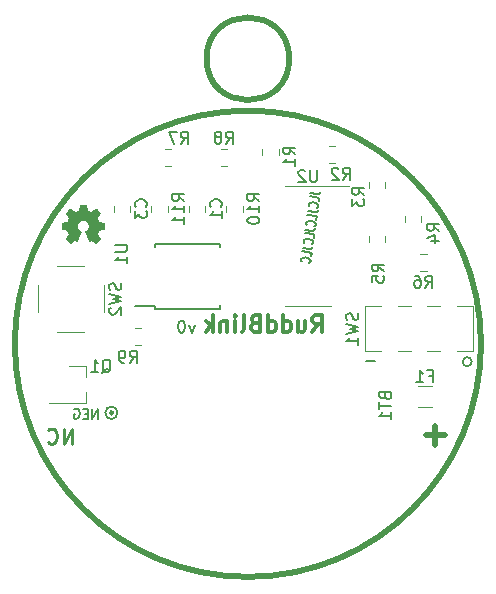
<source format=gbo>
G04 #@! TF.GenerationSoftware,KiCad,Pcbnew,(5.1.4)-1*
G04 #@! TF.CreationDate,2019-08-25T23:51:43-07:00*
G04 #@! TF.ProjectId,ruddblink,72756464-626c-4696-9e6b-2e6b69636164,A*
G04 #@! TF.SameCoordinates,Original*
G04 #@! TF.FileFunction,Legend,Bot*
G04 #@! TF.FilePolarity,Positive*
%FSLAX46Y46*%
G04 Gerber Fmt 4.6, Leading zero omitted, Abs format (unit mm)*
G04 Created by KiCad (PCBNEW (5.1.4)-1) date 2019-08-25 23:51:43*
%MOMM*%
%LPD*%
G04 APERTURE LIST*
%ADD10C,0.150000*%
%ADD11C,0.203200*%
%ADD12C,0.254000*%
%ADD13C,0.508000*%
%ADD14C,0.152400*%
%ADD15C,0.304800*%
%ADD16C,0.010000*%
%ADD17C,0.120000*%
G04 APERTURE END LIST*
D10*
X161183609Y-115824000D02*
G75*
G03X161183609Y-115824000I-381000J0D01*
G01*
D11*
X153041047Y-115769571D02*
X152266952Y-115769571D01*
D12*
X130810000Y-120142000D02*
G75*
G03X130810000Y-120142000I-127000J0D01*
G01*
D10*
X131206634Y-120142000D02*
G75*
G03X131206634Y-120142000I-523634J0D01*
G01*
D13*
X161975800Y-114300000D02*
G75*
G03X161975800Y-114300000I-19735800J0D01*
G01*
X145740000Y-90170000D02*
G75*
G03X145740000Y-90170000I-3500000J0D01*
G01*
D12*
X127362857Y-122748523D02*
X127362857Y-121478523D01*
X126637142Y-122748523D01*
X126637142Y-121478523D01*
X125306666Y-122627571D02*
X125367142Y-122688047D01*
X125548571Y-122748523D01*
X125669523Y-122748523D01*
X125850952Y-122688047D01*
X125971904Y-122567095D01*
X126032380Y-122446142D01*
X126092857Y-122204238D01*
X126092857Y-122022809D01*
X126032380Y-121780904D01*
X125971904Y-121659952D01*
X125850952Y-121539000D01*
X125669523Y-121478523D01*
X125548571Y-121478523D01*
X125367142Y-121539000D01*
X125306666Y-121599476D01*
D14*
X137723154Y-112672585D02*
X137481249Y-113349919D01*
X137239344Y-112672585D01*
X136658773Y-112333919D02*
X136562011Y-112333919D01*
X136465249Y-112382300D01*
X136416868Y-112430680D01*
X136368487Y-112527442D01*
X136320106Y-112720966D01*
X136320106Y-112962871D01*
X136368487Y-113156395D01*
X136416868Y-113253157D01*
X136465249Y-113301538D01*
X136562011Y-113349919D01*
X136658773Y-113349919D01*
X136755535Y-113301538D01*
X136803916Y-113253157D01*
X136852297Y-113156395D01*
X136900678Y-112962871D01*
X136900678Y-112720966D01*
X136852297Y-112527442D01*
X136803916Y-112430680D01*
X136755535Y-112382300D01*
X136658773Y-112333919D01*
D15*
X147694952Y-113280976D02*
X148160619Y-112615738D01*
X148493238Y-113280976D02*
X148493238Y-111883976D01*
X147961047Y-111883976D01*
X147828000Y-111950500D01*
X147761476Y-112017023D01*
X147694952Y-112150071D01*
X147694952Y-112349642D01*
X147761476Y-112482690D01*
X147828000Y-112549214D01*
X147961047Y-112615738D01*
X148493238Y-112615738D01*
X146497523Y-112349642D02*
X146497523Y-113280976D01*
X147096238Y-112349642D02*
X147096238Y-113081404D01*
X147029714Y-113214452D01*
X146896666Y-113280976D01*
X146697095Y-113280976D01*
X146564047Y-113214452D01*
X146497523Y-113147928D01*
X145233571Y-113280976D02*
X145233571Y-111883976D01*
X145233571Y-113214452D02*
X145366619Y-113280976D01*
X145632714Y-113280976D01*
X145765761Y-113214452D01*
X145832285Y-113147928D01*
X145898809Y-113014880D01*
X145898809Y-112615738D01*
X145832285Y-112482690D01*
X145765761Y-112416166D01*
X145632714Y-112349642D01*
X145366619Y-112349642D01*
X145233571Y-112416166D01*
X143969619Y-113280976D02*
X143969619Y-111883976D01*
X143969619Y-113214452D02*
X144102666Y-113280976D01*
X144368761Y-113280976D01*
X144501809Y-113214452D01*
X144568333Y-113147928D01*
X144634857Y-113014880D01*
X144634857Y-112615738D01*
X144568333Y-112482690D01*
X144501809Y-112416166D01*
X144368761Y-112349642D01*
X144102666Y-112349642D01*
X143969619Y-112416166D01*
X142838714Y-112549214D02*
X142639142Y-112615738D01*
X142572619Y-112682261D01*
X142506095Y-112815309D01*
X142506095Y-113014880D01*
X142572619Y-113147928D01*
X142639142Y-113214452D01*
X142772190Y-113280976D01*
X143304380Y-113280976D01*
X143304380Y-111883976D01*
X142838714Y-111883976D01*
X142705666Y-111950500D01*
X142639142Y-112017023D01*
X142572619Y-112150071D01*
X142572619Y-112283119D01*
X142639142Y-112416166D01*
X142705666Y-112482690D01*
X142838714Y-112549214D01*
X143304380Y-112549214D01*
X141707809Y-113280976D02*
X141840857Y-113214452D01*
X141907380Y-113081404D01*
X141907380Y-111883976D01*
X141175619Y-113280976D02*
X141175619Y-112349642D01*
X141175619Y-111883976D02*
X141242142Y-111950500D01*
X141175619Y-112017023D01*
X141109095Y-111950500D01*
X141175619Y-111883976D01*
X141175619Y-112017023D01*
X140510380Y-112349642D02*
X140510380Y-113280976D01*
X140510380Y-112482690D02*
X140443857Y-112416166D01*
X140310809Y-112349642D01*
X140111238Y-112349642D01*
X139978190Y-112416166D01*
X139911666Y-112549214D01*
X139911666Y-113280976D01*
X139246428Y-113280976D02*
X139246428Y-111883976D01*
X139113380Y-112748785D02*
X138714238Y-113280976D01*
X138714238Y-112349642D02*
X139246428Y-112881833D01*
D14*
X129530323Y-120636695D02*
X129530323Y-119823895D01*
X129065866Y-120636695D01*
X129065866Y-119823895D01*
X128678819Y-120210942D02*
X128407885Y-120210942D01*
X128291771Y-120636695D02*
X128678819Y-120636695D01*
X128678819Y-119823895D01*
X128291771Y-119823895D01*
X127517676Y-119862600D02*
X127595085Y-119823895D01*
X127711200Y-119823895D01*
X127827314Y-119862600D01*
X127904723Y-119940009D01*
X127943428Y-120017419D01*
X127982133Y-120172238D01*
X127982133Y-120288352D01*
X127943428Y-120443171D01*
X127904723Y-120520580D01*
X127827314Y-120597990D01*
X127711200Y-120636695D01*
X127633790Y-120636695D01*
X127517676Y-120597990D01*
X127478971Y-120559285D01*
X127478971Y-120288352D01*
X127633790Y-120288352D01*
D13*
X158889095Y-122065142D02*
X157340904Y-122065142D01*
X158115000Y-122839238D02*
X158115000Y-121291047D01*
D14*
X147525106Y-101543684D02*
X148100027Y-101624484D01*
X148219052Y-101611898D01*
X148303788Y-101565179D01*
X148354236Y-101484328D01*
X148362316Y-101426836D01*
X148249196Y-102231726D02*
X148289596Y-101944265D01*
X147484706Y-101831145D01*
X148095780Y-102767128D02*
X148138148Y-102743768D01*
X148188596Y-102662917D01*
X148196676Y-102605424D01*
X148170468Y-102513800D01*
X148101892Y-102445534D01*
X148029276Y-102406015D01*
X147880003Y-102355722D01*
X147765019Y-102339562D01*
X147607667Y-102346761D01*
X147526970Y-102364734D01*
X147442234Y-102411453D01*
X147391786Y-102492305D01*
X147383706Y-102549797D01*
X147409914Y-102641422D01*
X147444202Y-102675554D01*
X147306946Y-103095972D02*
X147881868Y-103176772D01*
X148000892Y-103164186D01*
X148085628Y-103117467D01*
X148136076Y-103036615D01*
X148144156Y-102979123D01*
X148031036Y-103784013D02*
X148071436Y-103496553D01*
X147266546Y-103383433D01*
X147877620Y-104319415D02*
X147919988Y-104296056D01*
X147970436Y-104215204D01*
X147978516Y-104157712D01*
X147952308Y-104066087D01*
X147883732Y-103997822D01*
X147811116Y-103958302D01*
X147661843Y-103908010D01*
X147546859Y-103891850D01*
X147389507Y-103899049D01*
X147308811Y-103917022D01*
X147224075Y-103963741D01*
X147173626Y-104044592D01*
X147165546Y-104102084D01*
X147191755Y-104193709D01*
X147226043Y-104227842D01*
X147088787Y-104648260D02*
X147663708Y-104729060D01*
X147782732Y-104716473D01*
X147867468Y-104669755D01*
X147917916Y-104588903D01*
X147925996Y-104531411D01*
X147812876Y-105336301D02*
X147853276Y-105048840D01*
X147048387Y-104935720D01*
X147659460Y-105871703D02*
X147701828Y-105848343D01*
X147752277Y-105767492D01*
X147760357Y-105710000D01*
X147734148Y-105618375D01*
X147665572Y-105550109D01*
X147592956Y-105510590D01*
X147443684Y-105460297D01*
X147328699Y-105444137D01*
X147171347Y-105451337D01*
X147090651Y-105469310D01*
X147005915Y-105516028D01*
X146955467Y-105596880D01*
X146947387Y-105654372D01*
X146973595Y-105745997D01*
X147007883Y-105780130D01*
X146870627Y-106200547D02*
X147445548Y-106281347D01*
X147564572Y-106268761D01*
X147649308Y-106222042D01*
X147699757Y-106141191D01*
X147707837Y-106083699D01*
X147594717Y-106888589D02*
X147635117Y-106601128D01*
X146830227Y-106488008D01*
X147441301Y-107423990D02*
X147483669Y-107400631D01*
X147534117Y-107319780D01*
X147542197Y-107262287D01*
X147515989Y-107170663D01*
X147447412Y-107102397D01*
X147374796Y-107062878D01*
X147225524Y-107012585D01*
X147110540Y-106996425D01*
X146953187Y-107003624D01*
X146872491Y-107021597D01*
X146787755Y-107068316D01*
X146737307Y-107149167D01*
X146729227Y-107206660D01*
X146755435Y-107298284D01*
X146789723Y-107332417D01*
D16*
G36*
X128022346Y-102535037D02*
G01*
X128019815Y-102544444D01*
X128015325Y-102564830D01*
X128009178Y-102594679D01*
X128001676Y-102632473D01*
X127993121Y-102676694D01*
X127983814Y-102725825D01*
X127974933Y-102773590D01*
X127965231Y-102825666D01*
X127956020Y-102874031D01*
X127947597Y-102917204D01*
X127940261Y-102953700D01*
X127934308Y-102982036D01*
X127930037Y-103000729D01*
X127927843Y-103008147D01*
X127920734Y-103013002D01*
X127903647Y-103021689D01*
X127878437Y-103033432D01*
X127846964Y-103047458D01*
X127811082Y-103062991D01*
X127772649Y-103079258D01*
X127733523Y-103095484D01*
X127695559Y-103110895D01*
X127660616Y-103124717D01*
X127630549Y-103136174D01*
X127607216Y-103144493D01*
X127592473Y-103148900D01*
X127589133Y-103149400D01*
X127581223Y-103145898D01*
X127564143Y-103135930D01*
X127539135Y-103120298D01*
X127507440Y-103099807D01*
X127470302Y-103075259D01*
X127428962Y-103047459D01*
X127384663Y-103017209D01*
X127382977Y-103016050D01*
X127338537Y-102985710D01*
X127296950Y-102957792D01*
X127259470Y-102933102D01*
X127227348Y-102912443D01*
X127201835Y-102896620D01*
X127184184Y-102886439D01*
X127175647Y-102882704D01*
X127175534Y-102882700D01*
X127167306Y-102887127D01*
X127151640Y-102899578D01*
X127129778Y-102918808D01*
X127102963Y-102943571D01*
X127072436Y-102972623D01*
X127039441Y-103004716D01*
X127005221Y-103038607D01*
X126971017Y-103073050D01*
X126938073Y-103106799D01*
X126907631Y-103138609D01*
X126880934Y-103167234D01*
X126859224Y-103191430D01*
X126843744Y-103209950D01*
X126835737Y-103221550D01*
X126834900Y-103224097D01*
X126838433Y-103232726D01*
X126848553Y-103250619D01*
X126864542Y-103276652D01*
X126885685Y-103309700D01*
X126911264Y-103348638D01*
X126940563Y-103392340D01*
X126965076Y-103428340D01*
X126995000Y-103472376D01*
X127022500Y-103513554D01*
X127046764Y-103550605D01*
X127066983Y-103582260D01*
X127082343Y-103607248D01*
X127092034Y-103624302D01*
X127095250Y-103632025D01*
X127092816Y-103641266D01*
X127085943Y-103660515D01*
X127075276Y-103688145D01*
X127061459Y-103722527D01*
X127045138Y-103762032D01*
X127026958Y-103805030D01*
X127024447Y-103810895D01*
X127001484Y-103863898D01*
X126982714Y-103905923D01*
X126967716Y-103937825D01*
X126956069Y-103960460D01*
X126947352Y-103974681D01*
X126941144Y-103981345D01*
X126940309Y-103981787D01*
X126931117Y-103984255D01*
X126910948Y-103988701D01*
X126881323Y-103994820D01*
X126843758Y-104002311D01*
X126799772Y-104010868D01*
X126750884Y-104020190D01*
X126705151Y-104028759D01*
X126648445Y-104039494D01*
X126597991Y-104049434D01*
X126554910Y-104058338D01*
X126520326Y-104065960D01*
X126495359Y-104072059D01*
X126481131Y-104076390D01*
X126478236Y-104078005D01*
X126477078Y-104085988D01*
X126476008Y-104105211D01*
X126475055Y-104134216D01*
X126474252Y-104171544D01*
X126473629Y-104215735D01*
X126473218Y-104265329D01*
X126473049Y-104318869D01*
X126473048Y-104321784D01*
X126473118Y-104386150D01*
X126473408Y-104438809D01*
X126473952Y-104480756D01*
X126474780Y-104512982D01*
X126475926Y-104536481D01*
X126477421Y-104552245D01*
X126479299Y-104561267D01*
X126480959Y-104564191D01*
X126488880Y-104566861D01*
X126507825Y-104571481D01*
X126536320Y-104577745D01*
X126572888Y-104585345D01*
X126616058Y-104593975D01*
X126664354Y-104603326D01*
X126710305Y-104611979D01*
X126766069Y-104622541D01*
X126816190Y-104632422D01*
X126859448Y-104641359D01*
X126894620Y-104649086D01*
X126920487Y-104655338D01*
X126935826Y-104659850D01*
X126939527Y-104661673D01*
X126944409Y-104670333D01*
X126952991Y-104689027D01*
X126964542Y-104715896D01*
X126978329Y-104749083D01*
X126993622Y-104786729D01*
X127009688Y-104826978D01*
X127025796Y-104867971D01*
X127041214Y-104907850D01*
X127055210Y-104944758D01*
X127067053Y-104976836D01*
X127076012Y-105002227D01*
X127081354Y-105019073D01*
X127082550Y-105024843D01*
X127078956Y-105034107D01*
X127068575Y-105052748D01*
X127052009Y-105079813D01*
X127029860Y-105114351D01*
X127002730Y-105155410D01*
X126971220Y-105202036D01*
X126962115Y-105215347D01*
X126933090Y-105257761D01*
X126906154Y-105297286D01*
X126882206Y-105332590D01*
X126862148Y-105362337D01*
X126846880Y-105385192D01*
X126837304Y-105399823D01*
X126834511Y-105404377D01*
X126833274Y-105408427D01*
X126834145Y-105413603D01*
X126837918Y-105420804D01*
X126845388Y-105430927D01*
X126857350Y-105444868D01*
X126874600Y-105463526D01*
X126897931Y-105487796D01*
X126928139Y-105518577D01*
X126966020Y-105556765D01*
X126997652Y-105588511D01*
X127036066Y-105626798D01*
X127071903Y-105662091D01*
X127104131Y-105693404D01*
X127131717Y-105719753D01*
X127153629Y-105740152D01*
X127168834Y-105753616D01*
X127176298Y-105759161D01*
X127176667Y-105759250D01*
X127183784Y-105755763D01*
X127200063Y-105745855D01*
X127224237Y-105730358D01*
X127255041Y-105710102D01*
X127291209Y-105685917D01*
X127331475Y-105658634D01*
X127365366Y-105635424D01*
X127408075Y-105606255D01*
X127447791Y-105579532D01*
X127483230Y-105556089D01*
X127513110Y-105536758D01*
X127536146Y-105522373D01*
X127551055Y-105513766D01*
X127556227Y-105511600D01*
X127565432Y-105514455D01*
X127583552Y-105522320D01*
X127608339Y-105534143D01*
X127637548Y-105548872D01*
X127652553Y-105556704D01*
X127686119Y-105574176D01*
X127710345Y-105586070D01*
X127726949Y-105593055D01*
X127737648Y-105595797D01*
X127744162Y-105594963D01*
X127746588Y-105593216D01*
X127750448Y-105585983D01*
X127758600Y-105568185D01*
X127770548Y-105541019D01*
X127785793Y-105505684D01*
X127803839Y-105463377D01*
X127824189Y-105415296D01*
X127846346Y-105362638D01*
X127869813Y-105306601D01*
X127894093Y-105248383D01*
X127918688Y-105189181D01*
X127943103Y-105130193D01*
X127966839Y-105072616D01*
X127989401Y-105017649D01*
X128010290Y-104966488D01*
X128029009Y-104920332D01*
X128045063Y-104880378D01*
X128057953Y-104847823D01*
X128067184Y-104823866D01*
X128072257Y-104809704D01*
X128073098Y-104806434D01*
X128068173Y-104798957D01*
X128054817Y-104786443D01*
X128035227Y-104770809D01*
X128017588Y-104758064D01*
X127962523Y-104717329D01*
X127917463Y-104677856D01*
X127880242Y-104637278D01*
X127848697Y-104593226D01*
X127820661Y-104543333D01*
X127819965Y-104541949D01*
X127798437Y-104493207D01*
X127783863Y-104445280D01*
X127775386Y-104394206D01*
X127772146Y-104336025D01*
X127772051Y-104320975D01*
X127773336Y-104269986D01*
X127777644Y-104227328D01*
X127785891Y-104188807D01*
X127798996Y-104150230D01*
X127817875Y-104107402D01*
X127819513Y-104103977D01*
X127859248Y-104035506D01*
X127908529Y-103975234D01*
X127966735Y-103923790D01*
X128033243Y-103881805D01*
X128044575Y-103876026D01*
X128105913Y-103849501D01*
X128164882Y-103832525D01*
X128226057Y-103824011D01*
X128270000Y-103822500D01*
X128348938Y-103828578D01*
X128424434Y-103846356D01*
X128495389Y-103875145D01*
X128560699Y-103914255D01*
X128619262Y-103963000D01*
X128669978Y-104020689D01*
X128711744Y-104086635D01*
X128720488Y-104103977D01*
X128739827Y-104147282D01*
X128753324Y-104186028D01*
X128761897Y-104224411D01*
X128766462Y-104266622D01*
X128767938Y-104316857D01*
X128767950Y-104320975D01*
X128765810Y-104381388D01*
X128758634Y-104433768D01*
X128745562Y-104482076D01*
X128725736Y-104530273D01*
X128720036Y-104541949D01*
X128688420Y-104597598D01*
X128652026Y-104646588D01*
X128608664Y-104691309D01*
X128556146Y-104734149D01*
X128522046Y-104758126D01*
X128497188Y-104775823D01*
X128478720Y-104790973D01*
X128468429Y-104802030D01*
X128466903Y-104805751D01*
X128469304Y-104813690D01*
X128476155Y-104832127D01*
X128486958Y-104859862D01*
X128501215Y-104895697D01*
X128518432Y-104938435D01*
X128538109Y-104986877D01*
X128559751Y-105039824D01*
X128582861Y-105096078D01*
X128606941Y-105154442D01*
X128631495Y-105213716D01*
X128656025Y-105272703D01*
X128680035Y-105330204D01*
X128703028Y-105385020D01*
X128724507Y-105435955D01*
X128743975Y-105481809D01*
X128760934Y-105521384D01*
X128774889Y-105553482D01*
X128785342Y-105576904D01*
X128791797Y-105590453D01*
X128793509Y-105593313D01*
X128798538Y-105595995D01*
X128806641Y-105595370D01*
X128819627Y-105590737D01*
X128839305Y-105581397D01*
X128867485Y-105566649D01*
X128880578Y-105559600D01*
X128910424Y-105543846D01*
X128937577Y-105530223D01*
X128959463Y-105519974D01*
X128973509Y-105514338D01*
X128975586Y-105513776D01*
X128981655Y-105513876D01*
X128990500Y-105516675D01*
X129003171Y-105522816D01*
X129020716Y-105532941D01*
X129044181Y-105547690D01*
X129074617Y-105567707D01*
X129113070Y-105593632D01*
X129160589Y-105626108D01*
X129173245Y-105634801D01*
X129215995Y-105664015D01*
X129255654Y-105690791D01*
X129290961Y-105714300D01*
X129320650Y-105733715D01*
X129343460Y-105748208D01*
X129358126Y-105756951D01*
X129363167Y-105759250D01*
X129369503Y-105754892D01*
X129383722Y-105742476D01*
X129404789Y-105722987D01*
X129431672Y-105697409D01*
X129463335Y-105666729D01*
X129498744Y-105631931D01*
X129536867Y-105594001D01*
X129542349Y-105588511D01*
X129586095Y-105544581D01*
X129621610Y-105508690D01*
X129649691Y-105479939D01*
X129671130Y-105457431D01*
X129686725Y-105440270D01*
X129697268Y-105427558D01*
X129703556Y-105418398D01*
X129706382Y-105411893D01*
X129706543Y-105407145D01*
X129705490Y-105404377D01*
X129700268Y-105396058D01*
X129688746Y-105378612D01*
X129671825Y-105353373D01*
X129650406Y-105321677D01*
X129625389Y-105284857D01*
X129597676Y-105244248D01*
X129577886Y-105215347D01*
X129545306Y-105167391D01*
X129516944Y-105124748D01*
X129493402Y-105088370D01*
X129475281Y-105059210D01*
X129463185Y-105038219D01*
X129457714Y-105026351D01*
X129457450Y-105024843D01*
X129459766Y-105015204D01*
X129466223Y-104995696D01*
X129476090Y-104968177D01*
X129488634Y-104934506D01*
X129503125Y-104896539D01*
X129518828Y-104856135D01*
X129535013Y-104815154D01*
X129550947Y-104775451D01*
X129565897Y-104738887D01*
X129579133Y-104707318D01*
X129589921Y-104682604D01*
X129597529Y-104666602D01*
X129600601Y-104661545D01*
X129608844Y-104658161D01*
X129628481Y-104652876D01*
X129658387Y-104645935D01*
X129697439Y-104637581D01*
X129744512Y-104628060D01*
X129798483Y-104617616D01*
X129829894Y-104611716D01*
X129881492Y-104601983D01*
X129929269Y-104592706D01*
X129971750Y-104584192D01*
X130007463Y-104576747D01*
X130034932Y-104570678D01*
X130052685Y-104566291D01*
X130059113Y-104564055D01*
X130061282Y-104559329D01*
X130063048Y-104548409D01*
X130064442Y-104530320D01*
X130065495Y-104504088D01*
X130066239Y-104468740D01*
X130066706Y-104423300D01*
X130066927Y-104366795D01*
X130066953Y-104321784D01*
X130066796Y-104268071D01*
X130066392Y-104218221D01*
X130065772Y-104173694D01*
X130064967Y-104135949D01*
X130064010Y-104106448D01*
X130062931Y-104086650D01*
X130061762Y-104078014D01*
X130061698Y-104077897D01*
X130054177Y-104074627D01*
X130035144Y-104069465D01*
X130005611Y-104062630D01*
X129966590Y-104054339D01*
X129919091Y-104044813D01*
X129864126Y-104034270D01*
X129834783Y-104028801D01*
X129782845Y-104019111D01*
X129734479Y-104009908D01*
X129691204Y-104001493D01*
X129654539Y-103994170D01*
X129626002Y-103988241D01*
X129607113Y-103984010D01*
X129599692Y-103981937D01*
X129593801Y-103976301D01*
X129585388Y-103963057D01*
X129574045Y-103941376D01*
X129559365Y-103910433D01*
X129540941Y-103869400D01*
X129518367Y-103817450D01*
X129515554Y-103810895D01*
X129497174Y-103767545D01*
X129480568Y-103727463D01*
X129466382Y-103692280D01*
X129455262Y-103663626D01*
X129447851Y-103643134D01*
X129444794Y-103632433D01*
X129444750Y-103631840D01*
X129448252Y-103623513D01*
X129458223Y-103606027D01*
X129473862Y-103580633D01*
X129494368Y-103548585D01*
X129518941Y-103511136D01*
X129546779Y-103469539D01*
X129574925Y-103428188D01*
X129607156Y-103380815D01*
X129635969Y-103337691D01*
X129660677Y-103299889D01*
X129680597Y-103268485D01*
X129695043Y-103244551D01*
X129703330Y-103229162D01*
X129705101Y-103224039D01*
X129700681Y-103215782D01*
X129688253Y-103200072D01*
X129669058Y-103178155D01*
X129644340Y-103151277D01*
X129615342Y-103120682D01*
X129583307Y-103087615D01*
X129549479Y-103053322D01*
X129515099Y-103019048D01*
X129481412Y-102986038D01*
X129449660Y-102955537D01*
X129421087Y-102928791D01*
X129396936Y-102907044D01*
X129378450Y-102891543D01*
X129366871Y-102883531D01*
X129364335Y-102882700D01*
X129356136Y-102886200D01*
X129338774Y-102896165D01*
X129313500Y-102911792D01*
X129281565Y-102932278D01*
X129244222Y-102956819D01*
X129202721Y-102984613D01*
X129158314Y-103014855D01*
X129156575Y-103016050D01*
X129105871Y-103050608D01*
X129060655Y-103080877D01*
X129021795Y-103106301D01*
X128990159Y-103126326D01*
X128966616Y-103140399D01*
X128952034Y-103147964D01*
X128948021Y-103149152D01*
X128937295Y-103146654D01*
X128917225Y-103139870D01*
X128889678Y-103129585D01*
X128856521Y-103116584D01*
X128819618Y-103101652D01*
X128780837Y-103085574D01*
X128742042Y-103069135D01*
X128705101Y-103053121D01*
X128671878Y-103038317D01*
X128644241Y-103025507D01*
X128624055Y-103015476D01*
X128613185Y-103009011D01*
X128611934Y-103007747D01*
X128609464Y-102999250D01*
X128605044Y-102979740D01*
X128598972Y-102950703D01*
X128591547Y-102913624D01*
X128583065Y-102869990D01*
X128573826Y-102821287D01*
X128564918Y-102773305D01*
X128555221Y-102721053D01*
X128545998Y-102672327D01*
X128537550Y-102628648D01*
X128530179Y-102591535D01*
X128524186Y-102562505D01*
X128519872Y-102543078D01*
X128517664Y-102535037D01*
X128511573Y-102520750D01*
X128028428Y-102520750D01*
X128022346Y-102535037D01*
X128022346Y-102535037D01*
G37*
X128022346Y-102535037D02*
X128019815Y-102544444D01*
X128015325Y-102564830D01*
X128009178Y-102594679D01*
X128001676Y-102632473D01*
X127993121Y-102676694D01*
X127983814Y-102725825D01*
X127974933Y-102773590D01*
X127965231Y-102825666D01*
X127956020Y-102874031D01*
X127947597Y-102917204D01*
X127940261Y-102953700D01*
X127934308Y-102982036D01*
X127930037Y-103000729D01*
X127927843Y-103008147D01*
X127920734Y-103013002D01*
X127903647Y-103021689D01*
X127878437Y-103033432D01*
X127846964Y-103047458D01*
X127811082Y-103062991D01*
X127772649Y-103079258D01*
X127733523Y-103095484D01*
X127695559Y-103110895D01*
X127660616Y-103124717D01*
X127630549Y-103136174D01*
X127607216Y-103144493D01*
X127592473Y-103148900D01*
X127589133Y-103149400D01*
X127581223Y-103145898D01*
X127564143Y-103135930D01*
X127539135Y-103120298D01*
X127507440Y-103099807D01*
X127470302Y-103075259D01*
X127428962Y-103047459D01*
X127384663Y-103017209D01*
X127382977Y-103016050D01*
X127338537Y-102985710D01*
X127296950Y-102957792D01*
X127259470Y-102933102D01*
X127227348Y-102912443D01*
X127201835Y-102896620D01*
X127184184Y-102886439D01*
X127175647Y-102882704D01*
X127175534Y-102882700D01*
X127167306Y-102887127D01*
X127151640Y-102899578D01*
X127129778Y-102918808D01*
X127102963Y-102943571D01*
X127072436Y-102972623D01*
X127039441Y-103004716D01*
X127005221Y-103038607D01*
X126971017Y-103073050D01*
X126938073Y-103106799D01*
X126907631Y-103138609D01*
X126880934Y-103167234D01*
X126859224Y-103191430D01*
X126843744Y-103209950D01*
X126835737Y-103221550D01*
X126834900Y-103224097D01*
X126838433Y-103232726D01*
X126848553Y-103250619D01*
X126864542Y-103276652D01*
X126885685Y-103309700D01*
X126911264Y-103348638D01*
X126940563Y-103392340D01*
X126965076Y-103428340D01*
X126995000Y-103472376D01*
X127022500Y-103513554D01*
X127046764Y-103550605D01*
X127066983Y-103582260D01*
X127082343Y-103607248D01*
X127092034Y-103624302D01*
X127095250Y-103632025D01*
X127092816Y-103641266D01*
X127085943Y-103660515D01*
X127075276Y-103688145D01*
X127061459Y-103722527D01*
X127045138Y-103762032D01*
X127026958Y-103805030D01*
X127024447Y-103810895D01*
X127001484Y-103863898D01*
X126982714Y-103905923D01*
X126967716Y-103937825D01*
X126956069Y-103960460D01*
X126947352Y-103974681D01*
X126941144Y-103981345D01*
X126940309Y-103981787D01*
X126931117Y-103984255D01*
X126910948Y-103988701D01*
X126881323Y-103994820D01*
X126843758Y-104002311D01*
X126799772Y-104010868D01*
X126750884Y-104020190D01*
X126705151Y-104028759D01*
X126648445Y-104039494D01*
X126597991Y-104049434D01*
X126554910Y-104058338D01*
X126520326Y-104065960D01*
X126495359Y-104072059D01*
X126481131Y-104076390D01*
X126478236Y-104078005D01*
X126477078Y-104085988D01*
X126476008Y-104105211D01*
X126475055Y-104134216D01*
X126474252Y-104171544D01*
X126473629Y-104215735D01*
X126473218Y-104265329D01*
X126473049Y-104318869D01*
X126473048Y-104321784D01*
X126473118Y-104386150D01*
X126473408Y-104438809D01*
X126473952Y-104480756D01*
X126474780Y-104512982D01*
X126475926Y-104536481D01*
X126477421Y-104552245D01*
X126479299Y-104561267D01*
X126480959Y-104564191D01*
X126488880Y-104566861D01*
X126507825Y-104571481D01*
X126536320Y-104577745D01*
X126572888Y-104585345D01*
X126616058Y-104593975D01*
X126664354Y-104603326D01*
X126710305Y-104611979D01*
X126766069Y-104622541D01*
X126816190Y-104632422D01*
X126859448Y-104641359D01*
X126894620Y-104649086D01*
X126920487Y-104655338D01*
X126935826Y-104659850D01*
X126939527Y-104661673D01*
X126944409Y-104670333D01*
X126952991Y-104689027D01*
X126964542Y-104715896D01*
X126978329Y-104749083D01*
X126993622Y-104786729D01*
X127009688Y-104826978D01*
X127025796Y-104867971D01*
X127041214Y-104907850D01*
X127055210Y-104944758D01*
X127067053Y-104976836D01*
X127076012Y-105002227D01*
X127081354Y-105019073D01*
X127082550Y-105024843D01*
X127078956Y-105034107D01*
X127068575Y-105052748D01*
X127052009Y-105079813D01*
X127029860Y-105114351D01*
X127002730Y-105155410D01*
X126971220Y-105202036D01*
X126962115Y-105215347D01*
X126933090Y-105257761D01*
X126906154Y-105297286D01*
X126882206Y-105332590D01*
X126862148Y-105362337D01*
X126846880Y-105385192D01*
X126837304Y-105399823D01*
X126834511Y-105404377D01*
X126833274Y-105408427D01*
X126834145Y-105413603D01*
X126837918Y-105420804D01*
X126845388Y-105430927D01*
X126857350Y-105444868D01*
X126874600Y-105463526D01*
X126897931Y-105487796D01*
X126928139Y-105518577D01*
X126966020Y-105556765D01*
X126997652Y-105588511D01*
X127036066Y-105626798D01*
X127071903Y-105662091D01*
X127104131Y-105693404D01*
X127131717Y-105719753D01*
X127153629Y-105740152D01*
X127168834Y-105753616D01*
X127176298Y-105759161D01*
X127176667Y-105759250D01*
X127183784Y-105755763D01*
X127200063Y-105745855D01*
X127224237Y-105730358D01*
X127255041Y-105710102D01*
X127291209Y-105685917D01*
X127331475Y-105658634D01*
X127365366Y-105635424D01*
X127408075Y-105606255D01*
X127447791Y-105579532D01*
X127483230Y-105556089D01*
X127513110Y-105536758D01*
X127536146Y-105522373D01*
X127551055Y-105513766D01*
X127556227Y-105511600D01*
X127565432Y-105514455D01*
X127583552Y-105522320D01*
X127608339Y-105534143D01*
X127637548Y-105548872D01*
X127652553Y-105556704D01*
X127686119Y-105574176D01*
X127710345Y-105586070D01*
X127726949Y-105593055D01*
X127737648Y-105595797D01*
X127744162Y-105594963D01*
X127746588Y-105593216D01*
X127750448Y-105585983D01*
X127758600Y-105568185D01*
X127770548Y-105541019D01*
X127785793Y-105505684D01*
X127803839Y-105463377D01*
X127824189Y-105415296D01*
X127846346Y-105362638D01*
X127869813Y-105306601D01*
X127894093Y-105248383D01*
X127918688Y-105189181D01*
X127943103Y-105130193D01*
X127966839Y-105072616D01*
X127989401Y-105017649D01*
X128010290Y-104966488D01*
X128029009Y-104920332D01*
X128045063Y-104880378D01*
X128057953Y-104847823D01*
X128067184Y-104823866D01*
X128072257Y-104809704D01*
X128073098Y-104806434D01*
X128068173Y-104798957D01*
X128054817Y-104786443D01*
X128035227Y-104770809D01*
X128017588Y-104758064D01*
X127962523Y-104717329D01*
X127917463Y-104677856D01*
X127880242Y-104637278D01*
X127848697Y-104593226D01*
X127820661Y-104543333D01*
X127819965Y-104541949D01*
X127798437Y-104493207D01*
X127783863Y-104445280D01*
X127775386Y-104394206D01*
X127772146Y-104336025D01*
X127772051Y-104320975D01*
X127773336Y-104269986D01*
X127777644Y-104227328D01*
X127785891Y-104188807D01*
X127798996Y-104150230D01*
X127817875Y-104107402D01*
X127819513Y-104103977D01*
X127859248Y-104035506D01*
X127908529Y-103975234D01*
X127966735Y-103923790D01*
X128033243Y-103881805D01*
X128044575Y-103876026D01*
X128105913Y-103849501D01*
X128164882Y-103832525D01*
X128226057Y-103824011D01*
X128270000Y-103822500D01*
X128348938Y-103828578D01*
X128424434Y-103846356D01*
X128495389Y-103875145D01*
X128560699Y-103914255D01*
X128619262Y-103963000D01*
X128669978Y-104020689D01*
X128711744Y-104086635D01*
X128720488Y-104103977D01*
X128739827Y-104147282D01*
X128753324Y-104186028D01*
X128761897Y-104224411D01*
X128766462Y-104266622D01*
X128767938Y-104316857D01*
X128767950Y-104320975D01*
X128765810Y-104381388D01*
X128758634Y-104433768D01*
X128745562Y-104482076D01*
X128725736Y-104530273D01*
X128720036Y-104541949D01*
X128688420Y-104597598D01*
X128652026Y-104646588D01*
X128608664Y-104691309D01*
X128556146Y-104734149D01*
X128522046Y-104758126D01*
X128497188Y-104775823D01*
X128478720Y-104790973D01*
X128468429Y-104802030D01*
X128466903Y-104805751D01*
X128469304Y-104813690D01*
X128476155Y-104832127D01*
X128486958Y-104859862D01*
X128501215Y-104895697D01*
X128518432Y-104938435D01*
X128538109Y-104986877D01*
X128559751Y-105039824D01*
X128582861Y-105096078D01*
X128606941Y-105154442D01*
X128631495Y-105213716D01*
X128656025Y-105272703D01*
X128680035Y-105330204D01*
X128703028Y-105385020D01*
X128724507Y-105435955D01*
X128743975Y-105481809D01*
X128760934Y-105521384D01*
X128774889Y-105553482D01*
X128785342Y-105576904D01*
X128791797Y-105590453D01*
X128793509Y-105593313D01*
X128798538Y-105595995D01*
X128806641Y-105595370D01*
X128819627Y-105590737D01*
X128839305Y-105581397D01*
X128867485Y-105566649D01*
X128880578Y-105559600D01*
X128910424Y-105543846D01*
X128937577Y-105530223D01*
X128959463Y-105519974D01*
X128973509Y-105514338D01*
X128975586Y-105513776D01*
X128981655Y-105513876D01*
X128990500Y-105516675D01*
X129003171Y-105522816D01*
X129020716Y-105532941D01*
X129044181Y-105547690D01*
X129074617Y-105567707D01*
X129113070Y-105593632D01*
X129160589Y-105626108D01*
X129173245Y-105634801D01*
X129215995Y-105664015D01*
X129255654Y-105690791D01*
X129290961Y-105714300D01*
X129320650Y-105733715D01*
X129343460Y-105748208D01*
X129358126Y-105756951D01*
X129363167Y-105759250D01*
X129369503Y-105754892D01*
X129383722Y-105742476D01*
X129404789Y-105722987D01*
X129431672Y-105697409D01*
X129463335Y-105666729D01*
X129498744Y-105631931D01*
X129536867Y-105594001D01*
X129542349Y-105588511D01*
X129586095Y-105544581D01*
X129621610Y-105508690D01*
X129649691Y-105479939D01*
X129671130Y-105457431D01*
X129686725Y-105440270D01*
X129697268Y-105427558D01*
X129703556Y-105418398D01*
X129706382Y-105411893D01*
X129706543Y-105407145D01*
X129705490Y-105404377D01*
X129700268Y-105396058D01*
X129688746Y-105378612D01*
X129671825Y-105353373D01*
X129650406Y-105321677D01*
X129625389Y-105284857D01*
X129597676Y-105244248D01*
X129577886Y-105215347D01*
X129545306Y-105167391D01*
X129516944Y-105124748D01*
X129493402Y-105088370D01*
X129475281Y-105059210D01*
X129463185Y-105038219D01*
X129457714Y-105026351D01*
X129457450Y-105024843D01*
X129459766Y-105015204D01*
X129466223Y-104995696D01*
X129476090Y-104968177D01*
X129488634Y-104934506D01*
X129503125Y-104896539D01*
X129518828Y-104856135D01*
X129535013Y-104815154D01*
X129550947Y-104775451D01*
X129565897Y-104738887D01*
X129579133Y-104707318D01*
X129589921Y-104682604D01*
X129597529Y-104666602D01*
X129600601Y-104661545D01*
X129608844Y-104658161D01*
X129628481Y-104652876D01*
X129658387Y-104645935D01*
X129697439Y-104637581D01*
X129744512Y-104628060D01*
X129798483Y-104617616D01*
X129829894Y-104611716D01*
X129881492Y-104601983D01*
X129929269Y-104592706D01*
X129971750Y-104584192D01*
X130007463Y-104576747D01*
X130034932Y-104570678D01*
X130052685Y-104566291D01*
X130059113Y-104564055D01*
X130061282Y-104559329D01*
X130063048Y-104548409D01*
X130064442Y-104530320D01*
X130065495Y-104504088D01*
X130066239Y-104468740D01*
X130066706Y-104423300D01*
X130066927Y-104366795D01*
X130066953Y-104321784D01*
X130066796Y-104268071D01*
X130066392Y-104218221D01*
X130065772Y-104173694D01*
X130064967Y-104135949D01*
X130064010Y-104106448D01*
X130062931Y-104086650D01*
X130061762Y-104078014D01*
X130061698Y-104077897D01*
X130054177Y-104074627D01*
X130035144Y-104069465D01*
X130005611Y-104062630D01*
X129966590Y-104054339D01*
X129919091Y-104044813D01*
X129864126Y-104034270D01*
X129834783Y-104028801D01*
X129782845Y-104019111D01*
X129734479Y-104009908D01*
X129691204Y-104001493D01*
X129654539Y-103994170D01*
X129626002Y-103988241D01*
X129607113Y-103984010D01*
X129599692Y-103981937D01*
X129593801Y-103976301D01*
X129585388Y-103963057D01*
X129574045Y-103941376D01*
X129559365Y-103910433D01*
X129540941Y-103869400D01*
X129518367Y-103817450D01*
X129515554Y-103810895D01*
X129497174Y-103767545D01*
X129480568Y-103727463D01*
X129466382Y-103692280D01*
X129455262Y-103663626D01*
X129447851Y-103643134D01*
X129444794Y-103632433D01*
X129444750Y-103631840D01*
X129448252Y-103623513D01*
X129458223Y-103606027D01*
X129473862Y-103580633D01*
X129494368Y-103548585D01*
X129518941Y-103511136D01*
X129546779Y-103469539D01*
X129574925Y-103428188D01*
X129607156Y-103380815D01*
X129635969Y-103337691D01*
X129660677Y-103299889D01*
X129680597Y-103268485D01*
X129695043Y-103244551D01*
X129703330Y-103229162D01*
X129705101Y-103224039D01*
X129700681Y-103215782D01*
X129688253Y-103200072D01*
X129669058Y-103178155D01*
X129644340Y-103151277D01*
X129615342Y-103120682D01*
X129583307Y-103087615D01*
X129549479Y-103053322D01*
X129515099Y-103019048D01*
X129481412Y-102986038D01*
X129449660Y-102955537D01*
X129421087Y-102928791D01*
X129396936Y-102907044D01*
X129378450Y-102891543D01*
X129366871Y-102883531D01*
X129364335Y-102882700D01*
X129356136Y-102886200D01*
X129338774Y-102896165D01*
X129313500Y-102911792D01*
X129281565Y-102932278D01*
X129244222Y-102956819D01*
X129202721Y-102984613D01*
X129158314Y-103014855D01*
X129156575Y-103016050D01*
X129105871Y-103050608D01*
X129060655Y-103080877D01*
X129021795Y-103106301D01*
X128990159Y-103126326D01*
X128966616Y-103140399D01*
X128952034Y-103147964D01*
X128948021Y-103149152D01*
X128937295Y-103146654D01*
X128917225Y-103139870D01*
X128889678Y-103129585D01*
X128856521Y-103116584D01*
X128819618Y-103101652D01*
X128780837Y-103085574D01*
X128742042Y-103069135D01*
X128705101Y-103053121D01*
X128671878Y-103038317D01*
X128644241Y-103025507D01*
X128624055Y-103015476D01*
X128613185Y-103009011D01*
X128611934Y-103007747D01*
X128609464Y-102999250D01*
X128605044Y-102979740D01*
X128598972Y-102950703D01*
X128591547Y-102913624D01*
X128583065Y-102869990D01*
X128573826Y-102821287D01*
X128564918Y-102773305D01*
X128555221Y-102721053D01*
X128545998Y-102672327D01*
X128537550Y-102628648D01*
X128530179Y-102591535D01*
X128524186Y-102562505D01*
X128519872Y-102543078D01*
X128517664Y-102535037D01*
X128511573Y-102520750D01*
X128028428Y-102520750D01*
X128022346Y-102535037D01*
D17*
X159918000Y-114930000D02*
X161318000Y-114930000D01*
X161318000Y-114930000D02*
X161318000Y-111130000D01*
X152118000Y-111130000D02*
X152118000Y-114930000D01*
X152118000Y-114930000D02*
X153518000Y-114930000D01*
X158518000Y-114930000D02*
X157418000Y-114930000D01*
X157418000Y-114930000D02*
X157418000Y-114930000D01*
X156018000Y-114930000D02*
X154918000Y-114930000D01*
X154918000Y-114930000D02*
X154918000Y-114930000D01*
X152118000Y-111130000D02*
X153518000Y-111130000D01*
X156018000Y-111130000D02*
X154918000Y-111130000D01*
X158518000Y-111130000D02*
X157418000Y-111130000D01*
X159918000Y-111130000D02*
X161318000Y-111130000D01*
X124460000Y-111633000D02*
X124460000Y-109347000D01*
X128397000Y-113284000D02*
X126111000Y-113284000D01*
X130048000Y-111633000D02*
X130048000Y-109347000D01*
X128397000Y-107696000D02*
X126111000Y-107696000D01*
D10*
X134410000Y-111340000D02*
X134410000Y-111135000D01*
X139910000Y-111340000D02*
X139910000Y-111040000D01*
X139910000Y-105830000D02*
X139910000Y-106130000D01*
X134410000Y-105830000D02*
X134410000Y-106130000D01*
X134410000Y-111340000D02*
X139910000Y-111340000D01*
X134410000Y-105830000D02*
X139910000Y-105830000D01*
X134410000Y-111135000D02*
X132660000Y-111135000D01*
D17*
X140387000Y-103131252D02*
X140387000Y-102608748D01*
X141807000Y-103131252D02*
X141807000Y-102608748D01*
X128522000Y-116149000D02*
X127062000Y-116149000D01*
X128522000Y-119309000D02*
X125362000Y-119309000D01*
X128522000Y-119309000D02*
X128522000Y-118379000D01*
X128522000Y-116149000D02*
X128522000Y-117079000D01*
X156660436Y-117835000D02*
X157864564Y-117835000D01*
X156660436Y-119655000D02*
X157864564Y-119655000D01*
X134037000Y-103131252D02*
X134037000Y-102608748D01*
X135457000Y-103131252D02*
X135457000Y-102608748D01*
X140469252Y-99262000D02*
X139946748Y-99262000D01*
X140469252Y-97842000D02*
X139946748Y-97842000D01*
X135770252Y-97842000D02*
X135247748Y-97842000D01*
X135770252Y-99262000D02*
X135247748Y-99262000D01*
X156846748Y-106732000D02*
X157369252Y-106732000D01*
X156846748Y-108152000D02*
X157369252Y-108152000D01*
X152452000Y-105680252D02*
X152452000Y-105157748D01*
X153872000Y-105680252D02*
X153872000Y-105157748D01*
X156920000Y-104011252D02*
X156920000Y-103488748D01*
X155500000Y-104011252D02*
X155500000Y-103488748D01*
X152452000Y-101090252D02*
X152452000Y-100567748D01*
X153872000Y-101090252D02*
X153872000Y-100567748D01*
X149081748Y-97588000D02*
X149604252Y-97588000D01*
X149081748Y-99008000D02*
X149604252Y-99008000D01*
X143435000Y-98305252D02*
X143435000Y-97782748D01*
X144855000Y-98305252D02*
X144855000Y-97782748D01*
X147320000Y-111105000D02*
X145370000Y-111105000D01*
X147320000Y-111105000D02*
X149270000Y-111105000D01*
X147320000Y-100985000D02*
X145370000Y-100985000D01*
X147320000Y-100985000D02*
X150770000Y-100985000D01*
X133221252Y-114375000D02*
X132698748Y-114375000D01*
X133221252Y-112955000D02*
X132698748Y-112955000D01*
X130862000Y-103131252D02*
X130862000Y-102608748D01*
X132282000Y-103131252D02*
X132282000Y-102608748D01*
X137212000Y-103131252D02*
X137212000Y-102608748D01*
X138632000Y-103131252D02*
X138632000Y-102608748D01*
D10*
X153852571Y-118721285D02*
X153900190Y-118864142D01*
X153947809Y-118911761D01*
X154043047Y-118959380D01*
X154185904Y-118959380D01*
X154281142Y-118911761D01*
X154328761Y-118864142D01*
X154376380Y-118768904D01*
X154376380Y-118387952D01*
X153376380Y-118387952D01*
X153376380Y-118721285D01*
X153424000Y-118816523D01*
X153471619Y-118864142D01*
X153566857Y-118911761D01*
X153662095Y-118911761D01*
X153757333Y-118864142D01*
X153804952Y-118816523D01*
X153852571Y-118721285D01*
X153852571Y-118387952D01*
X153376380Y-119245095D02*
X153376380Y-119816523D01*
X154376380Y-119530809D02*
X153376380Y-119530809D01*
X154376380Y-120673666D02*
X154376380Y-120102238D01*
X154376380Y-120387952D02*
X153376380Y-120387952D01*
X153519238Y-120292714D01*
X153614476Y-120197476D01*
X153662095Y-120102238D01*
X151534761Y-111696666D02*
X151582380Y-111839523D01*
X151582380Y-112077619D01*
X151534761Y-112172857D01*
X151487142Y-112220476D01*
X151391904Y-112268095D01*
X151296666Y-112268095D01*
X151201428Y-112220476D01*
X151153809Y-112172857D01*
X151106190Y-112077619D01*
X151058571Y-111887142D01*
X151010952Y-111791904D01*
X150963333Y-111744285D01*
X150868095Y-111696666D01*
X150772857Y-111696666D01*
X150677619Y-111744285D01*
X150630000Y-111791904D01*
X150582380Y-111887142D01*
X150582380Y-112125238D01*
X150630000Y-112268095D01*
X150582380Y-112601428D02*
X151582380Y-112839523D01*
X150868095Y-113030000D01*
X151582380Y-113220476D01*
X150582380Y-113458571D01*
X151582380Y-114363333D02*
X151582380Y-113791904D01*
X151582380Y-114077619D02*
X150582380Y-114077619D01*
X150725238Y-113982380D01*
X150820476Y-113887142D01*
X150868095Y-113791904D01*
X131468761Y-109156666D02*
X131516380Y-109299523D01*
X131516380Y-109537619D01*
X131468761Y-109632857D01*
X131421142Y-109680476D01*
X131325904Y-109728095D01*
X131230666Y-109728095D01*
X131135428Y-109680476D01*
X131087809Y-109632857D01*
X131040190Y-109537619D01*
X130992571Y-109347142D01*
X130944952Y-109251904D01*
X130897333Y-109204285D01*
X130802095Y-109156666D01*
X130706857Y-109156666D01*
X130611619Y-109204285D01*
X130564000Y-109251904D01*
X130516380Y-109347142D01*
X130516380Y-109585238D01*
X130564000Y-109728095D01*
X130516380Y-110061428D02*
X131516380Y-110299523D01*
X130802095Y-110490000D01*
X131516380Y-110680476D01*
X130516380Y-110918571D01*
X130611619Y-111251904D02*
X130564000Y-111299523D01*
X130516380Y-111394761D01*
X130516380Y-111632857D01*
X130564000Y-111728095D01*
X130611619Y-111775714D01*
X130706857Y-111823333D01*
X130802095Y-111823333D01*
X130944952Y-111775714D01*
X131516380Y-111204285D01*
X131516380Y-111823333D01*
X131024380Y-105918095D02*
X131833904Y-105918095D01*
X131929142Y-105965714D01*
X131976761Y-106013333D01*
X132024380Y-106108571D01*
X132024380Y-106299047D01*
X131976761Y-106394285D01*
X131929142Y-106441904D01*
X131833904Y-106489523D01*
X131024380Y-106489523D01*
X132024380Y-107489523D02*
X132024380Y-106918095D01*
X132024380Y-107203809D02*
X131024380Y-107203809D01*
X131167238Y-107108571D01*
X131262476Y-107013333D01*
X131310095Y-106918095D01*
X143199380Y-102227142D02*
X142723190Y-101893809D01*
X143199380Y-101655714D02*
X142199380Y-101655714D01*
X142199380Y-102036666D01*
X142247000Y-102131904D01*
X142294619Y-102179523D01*
X142389857Y-102227142D01*
X142532714Y-102227142D01*
X142627952Y-102179523D01*
X142675571Y-102131904D01*
X142723190Y-102036666D01*
X142723190Y-101655714D01*
X143199380Y-103179523D02*
X143199380Y-102608095D01*
X143199380Y-102893809D02*
X142199380Y-102893809D01*
X142342238Y-102798571D01*
X142437476Y-102703333D01*
X142485095Y-102608095D01*
X142199380Y-103798571D02*
X142199380Y-103893809D01*
X142247000Y-103989047D01*
X142294619Y-104036666D01*
X142389857Y-104084285D01*
X142580333Y-104131904D01*
X142818428Y-104131904D01*
X143008904Y-104084285D01*
X143104142Y-104036666D01*
X143151761Y-103989047D01*
X143199380Y-103893809D01*
X143199380Y-103798571D01*
X143151761Y-103703333D01*
X143104142Y-103655714D01*
X143008904Y-103608095D01*
X142818428Y-103560476D01*
X142580333Y-103560476D01*
X142389857Y-103608095D01*
X142294619Y-103655714D01*
X142247000Y-103703333D01*
X142199380Y-103798571D01*
X129889238Y-116752619D02*
X129984476Y-116705000D01*
X130079714Y-116609761D01*
X130222571Y-116466904D01*
X130317809Y-116419285D01*
X130413047Y-116419285D01*
X130365428Y-116657380D02*
X130460666Y-116609761D01*
X130555904Y-116514523D01*
X130603523Y-116324047D01*
X130603523Y-115990714D01*
X130555904Y-115800238D01*
X130460666Y-115705000D01*
X130365428Y-115657380D01*
X130174952Y-115657380D01*
X130079714Y-115705000D01*
X129984476Y-115800238D01*
X129936857Y-115990714D01*
X129936857Y-116324047D01*
X129984476Y-116514523D01*
X130079714Y-116609761D01*
X130174952Y-116657380D01*
X130365428Y-116657380D01*
X128984476Y-116657380D02*
X129555904Y-116657380D01*
X129270190Y-116657380D02*
X129270190Y-115657380D01*
X129365428Y-115800238D01*
X129460666Y-115895476D01*
X129555904Y-115943095D01*
X157559333Y-117022571D02*
X157892666Y-117022571D01*
X157892666Y-117546380D02*
X157892666Y-116546380D01*
X157416476Y-116546380D01*
X156511714Y-117546380D02*
X157083142Y-117546380D01*
X156797428Y-117546380D02*
X156797428Y-116546380D01*
X156892666Y-116689238D01*
X156987904Y-116784476D01*
X157083142Y-116832095D01*
X136849380Y-102227142D02*
X136373190Y-101893809D01*
X136849380Y-101655714D02*
X135849380Y-101655714D01*
X135849380Y-102036666D01*
X135897000Y-102131904D01*
X135944619Y-102179523D01*
X136039857Y-102227142D01*
X136182714Y-102227142D01*
X136277952Y-102179523D01*
X136325571Y-102131904D01*
X136373190Y-102036666D01*
X136373190Y-101655714D01*
X136849380Y-103179523D02*
X136849380Y-102608095D01*
X136849380Y-102893809D02*
X135849380Y-102893809D01*
X135992238Y-102798571D01*
X136087476Y-102703333D01*
X136135095Y-102608095D01*
X136849380Y-104131904D02*
X136849380Y-103560476D01*
X136849380Y-103846190D02*
X135849380Y-103846190D01*
X135992238Y-103750952D01*
X136087476Y-103655714D01*
X136135095Y-103560476D01*
X140374666Y-97354380D02*
X140708000Y-96878190D01*
X140946095Y-97354380D02*
X140946095Y-96354380D01*
X140565142Y-96354380D01*
X140469904Y-96402000D01*
X140422285Y-96449619D01*
X140374666Y-96544857D01*
X140374666Y-96687714D01*
X140422285Y-96782952D01*
X140469904Y-96830571D01*
X140565142Y-96878190D01*
X140946095Y-96878190D01*
X139803238Y-96782952D02*
X139898476Y-96735333D01*
X139946095Y-96687714D01*
X139993714Y-96592476D01*
X139993714Y-96544857D01*
X139946095Y-96449619D01*
X139898476Y-96402000D01*
X139803238Y-96354380D01*
X139612761Y-96354380D01*
X139517523Y-96402000D01*
X139469904Y-96449619D01*
X139422285Y-96544857D01*
X139422285Y-96592476D01*
X139469904Y-96687714D01*
X139517523Y-96735333D01*
X139612761Y-96782952D01*
X139803238Y-96782952D01*
X139898476Y-96830571D01*
X139946095Y-96878190D01*
X139993714Y-96973428D01*
X139993714Y-97163904D01*
X139946095Y-97259142D01*
X139898476Y-97306761D01*
X139803238Y-97354380D01*
X139612761Y-97354380D01*
X139517523Y-97306761D01*
X139469904Y-97259142D01*
X139422285Y-97163904D01*
X139422285Y-96973428D01*
X139469904Y-96878190D01*
X139517523Y-96830571D01*
X139612761Y-96782952D01*
X136564666Y-97354380D02*
X136898000Y-96878190D01*
X137136095Y-97354380D02*
X137136095Y-96354380D01*
X136755142Y-96354380D01*
X136659904Y-96402000D01*
X136612285Y-96449619D01*
X136564666Y-96544857D01*
X136564666Y-96687714D01*
X136612285Y-96782952D01*
X136659904Y-96830571D01*
X136755142Y-96878190D01*
X137136095Y-96878190D01*
X136231333Y-96354380D02*
X135564666Y-96354380D01*
X135993238Y-97354380D01*
X157274666Y-109544380D02*
X157608000Y-109068190D01*
X157846095Y-109544380D02*
X157846095Y-108544380D01*
X157465142Y-108544380D01*
X157369904Y-108592000D01*
X157322285Y-108639619D01*
X157274666Y-108734857D01*
X157274666Y-108877714D01*
X157322285Y-108972952D01*
X157369904Y-109020571D01*
X157465142Y-109068190D01*
X157846095Y-109068190D01*
X156417523Y-108544380D02*
X156608000Y-108544380D01*
X156703238Y-108592000D01*
X156750857Y-108639619D01*
X156846095Y-108782476D01*
X156893714Y-108972952D01*
X156893714Y-109353904D01*
X156846095Y-109449142D01*
X156798476Y-109496761D01*
X156703238Y-109544380D01*
X156512761Y-109544380D01*
X156417523Y-109496761D01*
X156369904Y-109449142D01*
X156322285Y-109353904D01*
X156322285Y-109115809D01*
X156369904Y-109020571D01*
X156417523Y-108972952D01*
X156512761Y-108925333D01*
X156703238Y-108925333D01*
X156798476Y-108972952D01*
X156846095Y-109020571D01*
X156893714Y-109115809D01*
X153741380Y-108164333D02*
X153265190Y-107831000D01*
X153741380Y-107592904D02*
X152741380Y-107592904D01*
X152741380Y-107973857D01*
X152789000Y-108069095D01*
X152836619Y-108116714D01*
X152931857Y-108164333D01*
X153074714Y-108164333D01*
X153169952Y-108116714D01*
X153217571Y-108069095D01*
X153265190Y-107973857D01*
X153265190Y-107592904D01*
X152741380Y-109069095D02*
X152741380Y-108592904D01*
X153217571Y-108545285D01*
X153169952Y-108592904D01*
X153122333Y-108688142D01*
X153122333Y-108926238D01*
X153169952Y-109021476D01*
X153217571Y-109069095D01*
X153312809Y-109116714D01*
X153550904Y-109116714D01*
X153646142Y-109069095D01*
X153693761Y-109021476D01*
X153741380Y-108926238D01*
X153741380Y-108688142D01*
X153693761Y-108592904D01*
X153646142Y-108545285D01*
X158440380Y-104735333D02*
X157964190Y-104402000D01*
X158440380Y-104163904D02*
X157440380Y-104163904D01*
X157440380Y-104544857D01*
X157488000Y-104640095D01*
X157535619Y-104687714D01*
X157630857Y-104735333D01*
X157773714Y-104735333D01*
X157868952Y-104687714D01*
X157916571Y-104640095D01*
X157964190Y-104544857D01*
X157964190Y-104163904D01*
X157773714Y-105592476D02*
X158440380Y-105592476D01*
X157392761Y-105354380D02*
X158107047Y-105116285D01*
X158107047Y-105735333D01*
X152090380Y-101687333D02*
X151614190Y-101354000D01*
X152090380Y-101115904D02*
X151090380Y-101115904D01*
X151090380Y-101496857D01*
X151138000Y-101592095D01*
X151185619Y-101639714D01*
X151280857Y-101687333D01*
X151423714Y-101687333D01*
X151518952Y-101639714D01*
X151566571Y-101592095D01*
X151614190Y-101496857D01*
X151614190Y-101115904D01*
X151090380Y-102020666D02*
X151090380Y-102639714D01*
X151471333Y-102306380D01*
X151471333Y-102449238D01*
X151518952Y-102544476D01*
X151566571Y-102592095D01*
X151661809Y-102639714D01*
X151899904Y-102639714D01*
X151995142Y-102592095D01*
X152042761Y-102544476D01*
X152090380Y-102449238D01*
X152090380Y-102163523D01*
X152042761Y-102068285D01*
X151995142Y-102020666D01*
X150280666Y-100401380D02*
X150614000Y-99925190D01*
X150852095Y-100401380D02*
X150852095Y-99401380D01*
X150471142Y-99401380D01*
X150375904Y-99449000D01*
X150328285Y-99496619D01*
X150280666Y-99591857D01*
X150280666Y-99734714D01*
X150328285Y-99829952D01*
X150375904Y-99877571D01*
X150471142Y-99925190D01*
X150852095Y-99925190D01*
X149899714Y-99496619D02*
X149852095Y-99449000D01*
X149756857Y-99401380D01*
X149518761Y-99401380D01*
X149423523Y-99449000D01*
X149375904Y-99496619D01*
X149328285Y-99591857D01*
X149328285Y-99687095D01*
X149375904Y-99829952D01*
X149947333Y-100401380D01*
X149328285Y-100401380D01*
X146248380Y-98258333D02*
X145772190Y-97925000D01*
X146248380Y-97686904D02*
X145248380Y-97686904D01*
X145248380Y-98067857D01*
X145296000Y-98163095D01*
X145343619Y-98210714D01*
X145438857Y-98258333D01*
X145581714Y-98258333D01*
X145676952Y-98210714D01*
X145724571Y-98163095D01*
X145772190Y-98067857D01*
X145772190Y-97686904D01*
X146248380Y-99210714D02*
X146248380Y-98639285D01*
X146248380Y-98925000D02*
X145248380Y-98925000D01*
X145391238Y-98829761D01*
X145486476Y-98734523D01*
X145534095Y-98639285D01*
X148081904Y-99597380D02*
X148081904Y-100406904D01*
X148034285Y-100502142D01*
X147986666Y-100549761D01*
X147891428Y-100597380D01*
X147700952Y-100597380D01*
X147605714Y-100549761D01*
X147558095Y-100502142D01*
X147510476Y-100406904D01*
X147510476Y-99597380D01*
X147081904Y-99692619D02*
X147034285Y-99645000D01*
X146939047Y-99597380D01*
X146700952Y-99597380D01*
X146605714Y-99645000D01*
X146558095Y-99692619D01*
X146510476Y-99787857D01*
X146510476Y-99883095D01*
X146558095Y-100025952D01*
X147129523Y-100597380D01*
X146510476Y-100597380D01*
X132246666Y-115895380D02*
X132580000Y-115419190D01*
X132818095Y-115895380D02*
X132818095Y-114895380D01*
X132437142Y-114895380D01*
X132341904Y-114943000D01*
X132294285Y-114990619D01*
X132246666Y-115085857D01*
X132246666Y-115228714D01*
X132294285Y-115323952D01*
X132341904Y-115371571D01*
X132437142Y-115419190D01*
X132818095Y-115419190D01*
X131770476Y-115895380D02*
X131580000Y-115895380D01*
X131484761Y-115847761D01*
X131437142Y-115800142D01*
X131341904Y-115657285D01*
X131294285Y-115466809D01*
X131294285Y-115085857D01*
X131341904Y-114990619D01*
X131389523Y-114943000D01*
X131484761Y-114895380D01*
X131675238Y-114895380D01*
X131770476Y-114943000D01*
X131818095Y-114990619D01*
X131865714Y-115085857D01*
X131865714Y-115323952D01*
X131818095Y-115419190D01*
X131770476Y-115466809D01*
X131675238Y-115514428D01*
X131484761Y-115514428D01*
X131389523Y-115466809D01*
X131341904Y-115419190D01*
X131294285Y-115323952D01*
X133579142Y-102703333D02*
X133626761Y-102655714D01*
X133674380Y-102512857D01*
X133674380Y-102417619D01*
X133626761Y-102274761D01*
X133531523Y-102179523D01*
X133436285Y-102131904D01*
X133245809Y-102084285D01*
X133102952Y-102084285D01*
X132912476Y-102131904D01*
X132817238Y-102179523D01*
X132722000Y-102274761D01*
X132674380Y-102417619D01*
X132674380Y-102512857D01*
X132722000Y-102655714D01*
X132769619Y-102703333D01*
X132674380Y-103036666D02*
X132674380Y-103655714D01*
X133055333Y-103322380D01*
X133055333Y-103465238D01*
X133102952Y-103560476D01*
X133150571Y-103608095D01*
X133245809Y-103655714D01*
X133483904Y-103655714D01*
X133579142Y-103608095D01*
X133626761Y-103560476D01*
X133674380Y-103465238D01*
X133674380Y-103179523D01*
X133626761Y-103084285D01*
X133579142Y-103036666D01*
X139929142Y-102703333D02*
X139976761Y-102655714D01*
X140024380Y-102512857D01*
X140024380Y-102417619D01*
X139976761Y-102274761D01*
X139881523Y-102179523D01*
X139786285Y-102131904D01*
X139595809Y-102084285D01*
X139452952Y-102084285D01*
X139262476Y-102131904D01*
X139167238Y-102179523D01*
X139072000Y-102274761D01*
X139024380Y-102417619D01*
X139024380Y-102512857D01*
X139072000Y-102655714D01*
X139119619Y-102703333D01*
X140024380Y-103655714D02*
X140024380Y-103084285D01*
X140024380Y-103370000D02*
X139024380Y-103370000D01*
X139167238Y-103274761D01*
X139262476Y-103179523D01*
X139310095Y-103084285D01*
M02*

</source>
